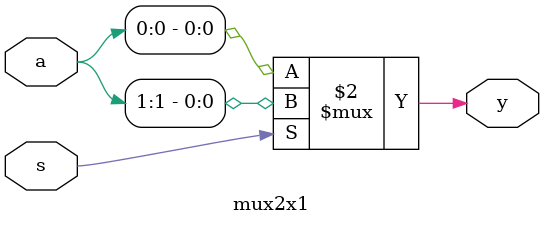
<source format=v>
module mux2x1(input [1:0]a,input s, output y);
  assign y=(s==1)?a[1]:a[0];
endmodule

</source>
